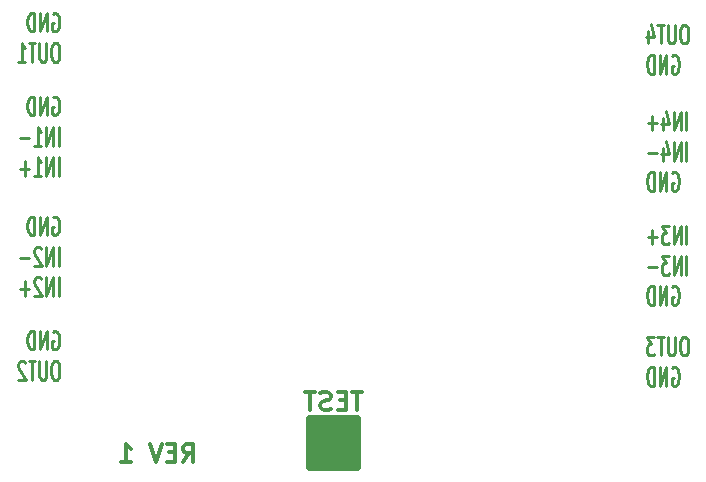
<source format=gbo>
G04 #@! TF.GenerationSoftware,KiCad,Pcbnew,(6.0.1)*
G04 #@! TF.CreationDate,2022-07-25T16:38:57-04:00*
G04 #@! TF.ProjectId,UNI-OPAMP-04,554e492d-4f50-4414-9d50-2d30342e6b69,1*
G04 #@! TF.SameCoordinates,Original*
G04 #@! TF.FileFunction,Legend,Bot*
G04 #@! TF.FilePolarity,Positive*
%FSLAX46Y46*%
G04 Gerber Fmt 4.6, Leading zero omitted, Abs format (unit mm)*
G04 Created by KiCad (PCBNEW (6.0.1)) date 2022-07-25 16:38:57*
%MOMM*%
%LPD*%
G01*
G04 APERTURE LIST*
%ADD10C,0.254000*%
%ADD11C,0.300000*%
%ADD12C,0.304800*%
%ADD13C,0.650000*%
G04 APERTURE END LIST*
D10*
X34112804Y-60666313D02*
X34209566Y-60590717D01*
X34354709Y-60590717D01*
X34499852Y-60666313D01*
X34596614Y-60817503D01*
X34644995Y-60968693D01*
X34693376Y-61271074D01*
X34693376Y-61497860D01*
X34644995Y-61800241D01*
X34596614Y-61951432D01*
X34499852Y-62102622D01*
X34354709Y-62178217D01*
X34257947Y-62178217D01*
X34112804Y-62102622D01*
X34064423Y-62027027D01*
X34064423Y-61497860D01*
X34257947Y-61497860D01*
X33628995Y-62178217D02*
X33628995Y-60590717D01*
X33048423Y-62178217D01*
X33048423Y-60590717D01*
X32564614Y-62178217D02*
X32564614Y-60590717D01*
X32322709Y-60590717D01*
X32177566Y-60666313D01*
X32080804Y-60817503D01*
X32032423Y-60968693D01*
X31984042Y-61271074D01*
X31984042Y-61497860D01*
X32032423Y-61800241D01*
X32080804Y-61951432D01*
X32177566Y-62102622D01*
X32322709Y-62178217D01*
X32564614Y-62178217D01*
X34451471Y-63146592D02*
X34257947Y-63146592D01*
X34161185Y-63222188D01*
X34064423Y-63373378D01*
X34016042Y-63675759D01*
X34016042Y-64204926D01*
X34064423Y-64507307D01*
X34161185Y-64658497D01*
X34257947Y-64734092D01*
X34451471Y-64734092D01*
X34548233Y-64658497D01*
X34644995Y-64507307D01*
X34693376Y-64204926D01*
X34693376Y-63675759D01*
X34644995Y-63373378D01*
X34548233Y-63222188D01*
X34451471Y-63146592D01*
X33580614Y-63146592D02*
X33580614Y-64431711D01*
X33532233Y-64582902D01*
X33483852Y-64658497D01*
X33387090Y-64734092D01*
X33193566Y-64734092D01*
X33096804Y-64658497D01*
X33048423Y-64582902D01*
X33000042Y-64431711D01*
X33000042Y-63146592D01*
X32661376Y-63146592D02*
X32080804Y-63146592D01*
X32371090Y-64734092D02*
X32371090Y-63146592D01*
X31790519Y-63297783D02*
X31742138Y-63222188D01*
X31645376Y-63146592D01*
X31403471Y-63146592D01*
X31306709Y-63222188D01*
X31258328Y-63297783D01*
X31209947Y-63448973D01*
X31209947Y-63600164D01*
X31258328Y-63826949D01*
X31838900Y-64734092D01*
X31209947Y-64734092D01*
X34112804Y-51006375D02*
X34209566Y-50930779D01*
X34354709Y-50930779D01*
X34499852Y-51006375D01*
X34596614Y-51157565D01*
X34644995Y-51308755D01*
X34693376Y-51611136D01*
X34693376Y-51837922D01*
X34644995Y-52140303D01*
X34596614Y-52291494D01*
X34499852Y-52442684D01*
X34354709Y-52518279D01*
X34257947Y-52518279D01*
X34112804Y-52442684D01*
X34064423Y-52367089D01*
X34064423Y-51837922D01*
X34257947Y-51837922D01*
X33628995Y-52518279D02*
X33628995Y-50930779D01*
X33048423Y-52518279D01*
X33048423Y-50930779D01*
X32564614Y-52518279D02*
X32564614Y-50930779D01*
X32322709Y-50930779D01*
X32177566Y-51006375D01*
X32080804Y-51157565D01*
X32032423Y-51308755D01*
X31984042Y-51611136D01*
X31984042Y-51837922D01*
X32032423Y-52140303D01*
X32080804Y-52291494D01*
X32177566Y-52442684D01*
X32322709Y-52518279D01*
X32564614Y-52518279D01*
X34644995Y-55074154D02*
X34644995Y-53486654D01*
X34161185Y-55074154D02*
X34161185Y-53486654D01*
X33580614Y-55074154D01*
X33580614Y-53486654D01*
X33145185Y-53637845D02*
X33096804Y-53562250D01*
X33000042Y-53486654D01*
X32758138Y-53486654D01*
X32661376Y-53562250D01*
X32612995Y-53637845D01*
X32564614Y-53789035D01*
X32564614Y-53940226D01*
X32612995Y-54167011D01*
X33193566Y-55074154D01*
X32564614Y-55074154D01*
X32129185Y-54469392D02*
X31355090Y-54469392D01*
X34644995Y-57630029D02*
X34644995Y-56042529D01*
X34161185Y-57630029D02*
X34161185Y-56042529D01*
X33580614Y-57630029D01*
X33580614Y-56042529D01*
X33145185Y-56193720D02*
X33096804Y-56118125D01*
X33000042Y-56042529D01*
X32758138Y-56042529D01*
X32661376Y-56118125D01*
X32612995Y-56193720D01*
X32564614Y-56344910D01*
X32564614Y-56496101D01*
X32612995Y-56722886D01*
X33193566Y-57630029D01*
X32564614Y-57630029D01*
X32129185Y-57025267D02*
X31355090Y-57025267D01*
X31742138Y-57630029D02*
X31742138Y-56420505D01*
X34112804Y-40846375D02*
X34209566Y-40770779D01*
X34354709Y-40770779D01*
X34499852Y-40846375D01*
X34596614Y-40997565D01*
X34644995Y-41148755D01*
X34693376Y-41451136D01*
X34693376Y-41677922D01*
X34644995Y-41980303D01*
X34596614Y-42131494D01*
X34499852Y-42282684D01*
X34354709Y-42358279D01*
X34257947Y-42358279D01*
X34112804Y-42282684D01*
X34064423Y-42207089D01*
X34064423Y-41677922D01*
X34257947Y-41677922D01*
X33628995Y-42358279D02*
X33628995Y-40770779D01*
X33048423Y-42358279D01*
X33048423Y-40770779D01*
X32564614Y-42358279D02*
X32564614Y-40770779D01*
X32322709Y-40770779D01*
X32177566Y-40846375D01*
X32080804Y-40997565D01*
X32032423Y-41148755D01*
X31984042Y-41451136D01*
X31984042Y-41677922D01*
X32032423Y-41980303D01*
X32080804Y-42131494D01*
X32177566Y-42282684D01*
X32322709Y-42358279D01*
X32564614Y-42358279D01*
X34644995Y-44914154D02*
X34644995Y-43326654D01*
X34161185Y-44914154D02*
X34161185Y-43326654D01*
X33580614Y-44914154D01*
X33580614Y-43326654D01*
X32564614Y-44914154D02*
X33145185Y-44914154D01*
X32854900Y-44914154D02*
X32854900Y-43326654D01*
X32951661Y-43553440D01*
X33048423Y-43704630D01*
X33145185Y-43780226D01*
X32129185Y-44309392D02*
X31355090Y-44309392D01*
X34644995Y-47470029D02*
X34644995Y-45882529D01*
X34161185Y-47470029D02*
X34161185Y-45882529D01*
X33580614Y-47470029D01*
X33580614Y-45882529D01*
X32564614Y-47470029D02*
X33145185Y-47470029D01*
X32854900Y-47470029D02*
X32854900Y-45882529D01*
X32951661Y-46109315D01*
X33048423Y-46260505D01*
X33145185Y-46336101D01*
X32129185Y-46865267D02*
X31355090Y-46865267D01*
X31742138Y-47470029D02*
X31742138Y-46260505D01*
X34112804Y-33742313D02*
X34209566Y-33666717D01*
X34354709Y-33666717D01*
X34499852Y-33742313D01*
X34596614Y-33893503D01*
X34644995Y-34044693D01*
X34693376Y-34347074D01*
X34693376Y-34573860D01*
X34644995Y-34876241D01*
X34596614Y-35027432D01*
X34499852Y-35178622D01*
X34354709Y-35254217D01*
X34257947Y-35254217D01*
X34112804Y-35178622D01*
X34064423Y-35103027D01*
X34064423Y-34573860D01*
X34257947Y-34573860D01*
X33628995Y-35254217D02*
X33628995Y-33666717D01*
X33048423Y-35254217D01*
X33048423Y-33666717D01*
X32564614Y-35254217D02*
X32564614Y-33666717D01*
X32322709Y-33666717D01*
X32177566Y-33742313D01*
X32080804Y-33893503D01*
X32032423Y-34044693D01*
X31984042Y-34347074D01*
X31984042Y-34573860D01*
X32032423Y-34876241D01*
X32080804Y-35027432D01*
X32177566Y-35178622D01*
X32322709Y-35254217D01*
X32564614Y-35254217D01*
X34451471Y-36222592D02*
X34257947Y-36222592D01*
X34161185Y-36298188D01*
X34064423Y-36449378D01*
X34016042Y-36751759D01*
X34016042Y-37280926D01*
X34064423Y-37583307D01*
X34161185Y-37734497D01*
X34257947Y-37810092D01*
X34451471Y-37810092D01*
X34548233Y-37734497D01*
X34644995Y-37583307D01*
X34693376Y-37280926D01*
X34693376Y-36751759D01*
X34644995Y-36449378D01*
X34548233Y-36298188D01*
X34451471Y-36222592D01*
X33580614Y-36222592D02*
X33580614Y-37507711D01*
X33532233Y-37658902D01*
X33483852Y-37734497D01*
X33387090Y-37810092D01*
X33193566Y-37810092D01*
X33096804Y-37734497D01*
X33048423Y-37658902D01*
X33000042Y-37507711D01*
X33000042Y-36222592D01*
X32661376Y-36222592D02*
X32080804Y-36222592D01*
X32371090Y-37810092D02*
X32371090Y-36222592D01*
X31209947Y-37810092D02*
X31790519Y-37810092D01*
X31500233Y-37810092D02*
X31500233Y-36222592D01*
X31596995Y-36449378D01*
X31693757Y-36600568D01*
X31790519Y-36676164D01*
X87770909Y-53280279D02*
X87770909Y-51692779D01*
X87287100Y-53280279D02*
X87287100Y-51692779D01*
X86706528Y-53280279D01*
X86706528Y-51692779D01*
X86319480Y-51692779D02*
X85690528Y-51692779D01*
X86029195Y-52297541D01*
X85884052Y-52297541D01*
X85787290Y-52373136D01*
X85738909Y-52448732D01*
X85690528Y-52599922D01*
X85690528Y-52977898D01*
X85738909Y-53129089D01*
X85787290Y-53204684D01*
X85884052Y-53280279D01*
X86174338Y-53280279D01*
X86271100Y-53204684D01*
X86319480Y-53129089D01*
X85255100Y-52675517D02*
X84481004Y-52675517D01*
X84868052Y-53280279D02*
X84868052Y-52070755D01*
X87770909Y-55836154D02*
X87770909Y-54248654D01*
X87287100Y-55836154D02*
X87287100Y-54248654D01*
X86706528Y-55836154D01*
X86706528Y-54248654D01*
X86319480Y-54248654D02*
X85690528Y-54248654D01*
X86029195Y-54853416D01*
X85884052Y-54853416D01*
X85787290Y-54929011D01*
X85738909Y-55004607D01*
X85690528Y-55155797D01*
X85690528Y-55533773D01*
X85738909Y-55684964D01*
X85787290Y-55760559D01*
X85884052Y-55836154D01*
X86174338Y-55836154D01*
X86271100Y-55760559D01*
X86319480Y-55684964D01*
X85255100Y-55231392D02*
X84481004Y-55231392D01*
X86561385Y-56880125D02*
X86658147Y-56804529D01*
X86803290Y-56804529D01*
X86948433Y-56880125D01*
X87045195Y-57031315D01*
X87093576Y-57182505D01*
X87141957Y-57484886D01*
X87141957Y-57711672D01*
X87093576Y-58014053D01*
X87045195Y-58165244D01*
X86948433Y-58316434D01*
X86803290Y-58392029D01*
X86706528Y-58392029D01*
X86561385Y-58316434D01*
X86513004Y-58240839D01*
X86513004Y-57711672D01*
X86706528Y-57711672D01*
X86077576Y-58392029D02*
X86077576Y-56804529D01*
X85497004Y-58392029D01*
X85497004Y-56804529D01*
X85013195Y-58392029D02*
X85013195Y-56804529D01*
X84771290Y-56804529D01*
X84626147Y-56880125D01*
X84529385Y-57031315D01*
X84481004Y-57182505D01*
X84432623Y-57484886D01*
X84432623Y-57711672D01*
X84481004Y-58014053D01*
X84529385Y-58165244D01*
X84626147Y-58316434D01*
X84771290Y-58392029D01*
X85013195Y-58392029D01*
X87770909Y-43628279D02*
X87770909Y-42040779D01*
X87287100Y-43628279D02*
X87287100Y-42040779D01*
X86706528Y-43628279D01*
X86706528Y-42040779D01*
X85787290Y-42569946D02*
X85787290Y-43628279D01*
X86029195Y-41965184D02*
X86271100Y-43099113D01*
X85642147Y-43099113D01*
X85255100Y-43023517D02*
X84481004Y-43023517D01*
X84868052Y-43628279D02*
X84868052Y-42418755D01*
X87770909Y-46184154D02*
X87770909Y-44596654D01*
X87287100Y-46184154D02*
X87287100Y-44596654D01*
X86706528Y-46184154D01*
X86706528Y-44596654D01*
X85787290Y-45125821D02*
X85787290Y-46184154D01*
X86029195Y-44521059D02*
X86271100Y-45654988D01*
X85642147Y-45654988D01*
X85255100Y-45579392D02*
X84481004Y-45579392D01*
X86561385Y-47228125D02*
X86658147Y-47152529D01*
X86803290Y-47152529D01*
X86948433Y-47228125D01*
X87045195Y-47379315D01*
X87093576Y-47530505D01*
X87141957Y-47832886D01*
X87141957Y-48059672D01*
X87093576Y-48362053D01*
X87045195Y-48513244D01*
X86948433Y-48664434D01*
X86803290Y-48740029D01*
X86706528Y-48740029D01*
X86561385Y-48664434D01*
X86513004Y-48588839D01*
X86513004Y-48059672D01*
X86706528Y-48059672D01*
X86077576Y-48740029D02*
X86077576Y-47152529D01*
X85497004Y-48740029D01*
X85497004Y-47152529D01*
X85013195Y-48740029D02*
X85013195Y-47152529D01*
X84771290Y-47152529D01*
X84626147Y-47228125D01*
X84529385Y-47379315D01*
X84481004Y-47530505D01*
X84432623Y-47832886D01*
X84432623Y-48059672D01*
X84481004Y-48362053D01*
X84529385Y-48513244D01*
X84626147Y-48664434D01*
X84771290Y-48740029D01*
X85013195Y-48740029D01*
X87674147Y-61098717D02*
X87480623Y-61098717D01*
X87383861Y-61174313D01*
X87287100Y-61325503D01*
X87238719Y-61627884D01*
X87238719Y-62157051D01*
X87287100Y-62459432D01*
X87383861Y-62610622D01*
X87480623Y-62686217D01*
X87674147Y-62686217D01*
X87770909Y-62610622D01*
X87867671Y-62459432D01*
X87916052Y-62157051D01*
X87916052Y-61627884D01*
X87867671Y-61325503D01*
X87770909Y-61174313D01*
X87674147Y-61098717D01*
X86803290Y-61098717D02*
X86803290Y-62383836D01*
X86754909Y-62535027D01*
X86706528Y-62610622D01*
X86609766Y-62686217D01*
X86416242Y-62686217D01*
X86319480Y-62610622D01*
X86271100Y-62535027D01*
X86222719Y-62383836D01*
X86222719Y-61098717D01*
X85884052Y-61098717D02*
X85303480Y-61098717D01*
X85593766Y-62686217D02*
X85593766Y-61098717D01*
X85061576Y-61098717D02*
X84432623Y-61098717D01*
X84771290Y-61703479D01*
X84626147Y-61703479D01*
X84529385Y-61779074D01*
X84481004Y-61854670D01*
X84432623Y-62005860D01*
X84432623Y-62383836D01*
X84481004Y-62535027D01*
X84529385Y-62610622D01*
X84626147Y-62686217D01*
X84916433Y-62686217D01*
X85013195Y-62610622D01*
X85061576Y-62535027D01*
X86561385Y-63730188D02*
X86658147Y-63654592D01*
X86803290Y-63654592D01*
X86948433Y-63730188D01*
X87045195Y-63881378D01*
X87093576Y-64032568D01*
X87141957Y-64334949D01*
X87141957Y-64561735D01*
X87093576Y-64864116D01*
X87045195Y-65015307D01*
X86948433Y-65166497D01*
X86803290Y-65242092D01*
X86706528Y-65242092D01*
X86561385Y-65166497D01*
X86513004Y-65090902D01*
X86513004Y-64561735D01*
X86706528Y-64561735D01*
X86077576Y-65242092D02*
X86077576Y-63654592D01*
X85497004Y-65242092D01*
X85497004Y-63654592D01*
X85013195Y-65242092D02*
X85013195Y-63654592D01*
X84771290Y-63654592D01*
X84626147Y-63730188D01*
X84529385Y-63881378D01*
X84481004Y-64032568D01*
X84432623Y-64334949D01*
X84432623Y-64561735D01*
X84481004Y-64864116D01*
X84529385Y-65015307D01*
X84626147Y-65166497D01*
X84771290Y-65242092D01*
X85013195Y-65242092D01*
X87674147Y-34682717D02*
X87480623Y-34682717D01*
X87383861Y-34758313D01*
X87287100Y-34909503D01*
X87238719Y-35211884D01*
X87238719Y-35741051D01*
X87287100Y-36043432D01*
X87383861Y-36194622D01*
X87480623Y-36270217D01*
X87674147Y-36270217D01*
X87770909Y-36194622D01*
X87867671Y-36043432D01*
X87916052Y-35741051D01*
X87916052Y-35211884D01*
X87867671Y-34909503D01*
X87770909Y-34758313D01*
X87674147Y-34682717D01*
X86803290Y-34682717D02*
X86803290Y-35967836D01*
X86754909Y-36119027D01*
X86706528Y-36194622D01*
X86609766Y-36270217D01*
X86416242Y-36270217D01*
X86319480Y-36194622D01*
X86271100Y-36119027D01*
X86222719Y-35967836D01*
X86222719Y-34682717D01*
X85884052Y-34682717D02*
X85303480Y-34682717D01*
X85593766Y-36270217D02*
X85593766Y-34682717D01*
X84529385Y-35211884D02*
X84529385Y-36270217D01*
X84771290Y-34607122D02*
X85013195Y-35741051D01*
X84384242Y-35741051D01*
X86561385Y-37314188D02*
X86658147Y-37238592D01*
X86803290Y-37238592D01*
X86948433Y-37314188D01*
X87045195Y-37465378D01*
X87093576Y-37616568D01*
X87141957Y-37918949D01*
X87141957Y-38145735D01*
X87093576Y-38448116D01*
X87045195Y-38599307D01*
X86948433Y-38750497D01*
X86803290Y-38826092D01*
X86706528Y-38826092D01*
X86561385Y-38750497D01*
X86513004Y-38674902D01*
X86513004Y-38145735D01*
X86706528Y-38145735D01*
X86077576Y-38826092D02*
X86077576Y-37238592D01*
X85497004Y-38826092D01*
X85497004Y-37238592D01*
X85013195Y-38826092D02*
X85013195Y-37238592D01*
X84771290Y-37238592D01*
X84626147Y-37314188D01*
X84529385Y-37465378D01*
X84481004Y-37616568D01*
X84432623Y-37918949D01*
X84432623Y-38145735D01*
X84481004Y-38448116D01*
X84529385Y-38599307D01*
X84626147Y-38750497D01*
X84771290Y-38826092D01*
X85013195Y-38826092D01*
D11*
X45142857Y-71678571D02*
X45642857Y-70964285D01*
X46000000Y-71678571D02*
X46000000Y-70178571D01*
X45428571Y-70178571D01*
X45285714Y-70250000D01*
X45214285Y-70321428D01*
X45142857Y-70464285D01*
X45142857Y-70678571D01*
X45214285Y-70821428D01*
X45285714Y-70892857D01*
X45428571Y-70964285D01*
X46000000Y-70964285D01*
X44500000Y-70892857D02*
X44000000Y-70892857D01*
X43785714Y-71678571D02*
X44500000Y-71678571D01*
X44500000Y-70178571D01*
X43785714Y-70178571D01*
X43357142Y-70178571D02*
X42857142Y-71678571D01*
X42357142Y-70178571D01*
X39928571Y-71678571D02*
X40785714Y-71678571D01*
X40357142Y-71678571D02*
X40357142Y-70178571D01*
X40500000Y-70392857D01*
X40642857Y-70535714D01*
X40785714Y-70607142D01*
D12*
X60343142Y-65769435D02*
X59472285Y-65769435D01*
X59907714Y-67293435D02*
X59907714Y-65769435D01*
X58964285Y-66495149D02*
X58456285Y-66495149D01*
X58238571Y-67293435D02*
X58964285Y-67293435D01*
X58964285Y-65769435D01*
X58238571Y-65769435D01*
X57658000Y-67220864D02*
X57440285Y-67293435D01*
X57077428Y-67293435D01*
X56932285Y-67220864D01*
X56859714Y-67148292D01*
X56787142Y-67003149D01*
X56787142Y-66858007D01*
X56859714Y-66712864D01*
X56932285Y-66640292D01*
X57077428Y-66567721D01*
X57367714Y-66495149D01*
X57512857Y-66422578D01*
X57585428Y-66350007D01*
X57658000Y-66204864D01*
X57658000Y-66059721D01*
X57585428Y-65914578D01*
X57512857Y-65842007D01*
X57367714Y-65769435D01*
X57004857Y-65769435D01*
X56787142Y-65842007D01*
X56351714Y-65769435D02*
X55480857Y-65769435D01*
X55916285Y-67293435D02*
X55916285Y-65769435D01*
D13*
X55912000Y-68104000D02*
X59912000Y-68104000D01*
X59912000Y-68104000D02*
X59912000Y-72104000D01*
X59912000Y-72104000D02*
X55912000Y-72104000D01*
X55912000Y-72104000D02*
X55912000Y-68104000D01*
X55912000Y-68104000D02*
X55912000Y-68604000D01*
X55912000Y-68604000D02*
X59912000Y-68604000D01*
X59912000Y-68604000D02*
X59912000Y-69104000D01*
X59912000Y-69104000D02*
X55912000Y-69104000D01*
X55912000Y-69104000D02*
X55912000Y-69604000D01*
X55912000Y-69604000D02*
X59912000Y-69604000D01*
X59912000Y-69604000D02*
X59912000Y-70104000D01*
X59912000Y-70104000D02*
X55912000Y-70104000D01*
X55912000Y-70104000D02*
X55912000Y-70604000D01*
X55912000Y-70604000D02*
X59412000Y-70604000D01*
X59412000Y-70604000D02*
X59912000Y-70604000D01*
X59912000Y-70604000D02*
X59912000Y-71104000D01*
X59912000Y-71104000D02*
X55912000Y-71104000D01*
X55912000Y-71104000D02*
X55912000Y-71604000D01*
X55912000Y-71604000D02*
X59912000Y-71604000D01*
M02*

</source>
